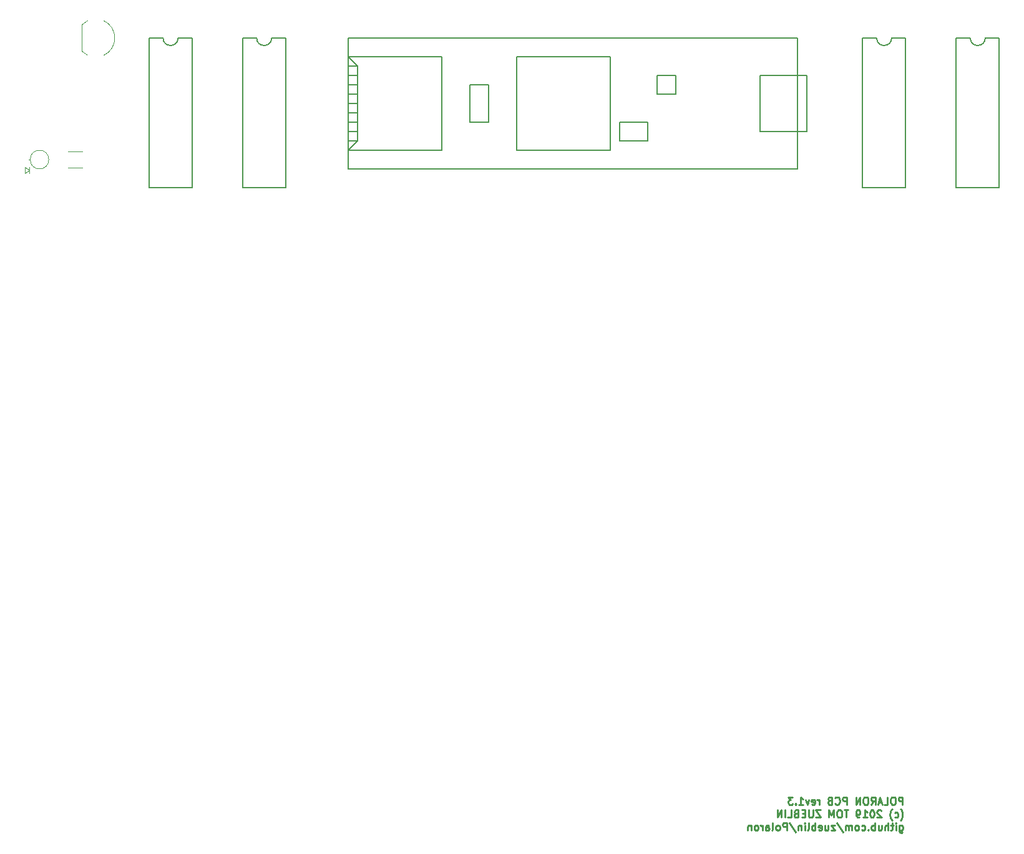
<source format=gbo>
G04 #@! TF.FileFunction,Legend,Bot*
%FSLAX46Y46*%
G04 Gerber Fmt 4.6, Leading zero omitted, Abs format (unit mm)*
G04 Created by KiCad (PCBNEW 4.0.6) date Thursday, 28. March 2019 'u40' 22:40:51*
%MOMM*%
%LPD*%
G01*
G04 APERTURE LIST*
%ADD10C,0.100000*%
%ADD11C,0.250000*%
%ADD12C,0.152400*%
%ADD13C,0.150000*%
%ADD14C,0.120000*%
G04 APERTURE END LIST*
D10*
D11*
X190211105Y-143025181D02*
X190211105Y-142025181D01*
X189830152Y-142025181D01*
X189734914Y-142072800D01*
X189687295Y-142120419D01*
X189639676Y-142215657D01*
X189639676Y-142358514D01*
X189687295Y-142453752D01*
X189734914Y-142501371D01*
X189830152Y-142548990D01*
X190211105Y-142548990D01*
X189020629Y-142025181D02*
X188830152Y-142025181D01*
X188734914Y-142072800D01*
X188639676Y-142168038D01*
X188592057Y-142358514D01*
X188592057Y-142691848D01*
X188639676Y-142882324D01*
X188734914Y-142977562D01*
X188830152Y-143025181D01*
X189020629Y-143025181D01*
X189115867Y-142977562D01*
X189211105Y-142882324D01*
X189258724Y-142691848D01*
X189258724Y-142358514D01*
X189211105Y-142168038D01*
X189115867Y-142072800D01*
X189020629Y-142025181D01*
X187687295Y-143025181D02*
X188163486Y-143025181D01*
X188163486Y-142025181D01*
X187401581Y-142739467D02*
X186925390Y-142739467D01*
X187496819Y-143025181D02*
X187163486Y-142025181D01*
X186830152Y-143025181D01*
X185925390Y-143025181D02*
X186258724Y-142548990D01*
X186496819Y-143025181D02*
X186496819Y-142025181D01*
X186115866Y-142025181D01*
X186020628Y-142072800D01*
X185973009Y-142120419D01*
X185925390Y-142215657D01*
X185925390Y-142358514D01*
X185973009Y-142453752D01*
X186020628Y-142501371D01*
X186115866Y-142548990D01*
X186496819Y-142548990D01*
X185306343Y-142025181D02*
X185115866Y-142025181D01*
X185020628Y-142072800D01*
X184925390Y-142168038D01*
X184877771Y-142358514D01*
X184877771Y-142691848D01*
X184925390Y-142882324D01*
X185020628Y-142977562D01*
X185115866Y-143025181D01*
X185306343Y-143025181D01*
X185401581Y-142977562D01*
X185496819Y-142882324D01*
X185544438Y-142691848D01*
X185544438Y-142358514D01*
X185496819Y-142168038D01*
X185401581Y-142072800D01*
X185306343Y-142025181D01*
X184449200Y-143025181D02*
X184449200Y-142025181D01*
X183877771Y-143025181D01*
X183877771Y-142025181D01*
X182639676Y-143025181D02*
X182639676Y-142025181D01*
X182258723Y-142025181D01*
X182163485Y-142072800D01*
X182115866Y-142120419D01*
X182068247Y-142215657D01*
X182068247Y-142358514D01*
X182115866Y-142453752D01*
X182163485Y-142501371D01*
X182258723Y-142548990D01*
X182639676Y-142548990D01*
X181068247Y-142929943D02*
X181115866Y-142977562D01*
X181258723Y-143025181D01*
X181353961Y-143025181D01*
X181496819Y-142977562D01*
X181592057Y-142882324D01*
X181639676Y-142787086D01*
X181687295Y-142596610D01*
X181687295Y-142453752D01*
X181639676Y-142263276D01*
X181592057Y-142168038D01*
X181496819Y-142072800D01*
X181353961Y-142025181D01*
X181258723Y-142025181D01*
X181115866Y-142072800D01*
X181068247Y-142120419D01*
X180306342Y-142501371D02*
X180163485Y-142548990D01*
X180115866Y-142596610D01*
X180068247Y-142691848D01*
X180068247Y-142834705D01*
X180115866Y-142929943D01*
X180163485Y-142977562D01*
X180258723Y-143025181D01*
X180639676Y-143025181D01*
X180639676Y-142025181D01*
X180306342Y-142025181D01*
X180211104Y-142072800D01*
X180163485Y-142120419D01*
X180115866Y-142215657D01*
X180115866Y-142310895D01*
X180163485Y-142406133D01*
X180211104Y-142453752D01*
X180306342Y-142501371D01*
X180639676Y-142501371D01*
X178877771Y-143025181D02*
X178877771Y-142358514D01*
X178877771Y-142548990D02*
X178830152Y-142453752D01*
X178782533Y-142406133D01*
X178687295Y-142358514D01*
X178592056Y-142358514D01*
X177877770Y-142977562D02*
X177973008Y-143025181D01*
X178163485Y-143025181D01*
X178258723Y-142977562D01*
X178306342Y-142882324D01*
X178306342Y-142501371D01*
X178258723Y-142406133D01*
X178163485Y-142358514D01*
X177973008Y-142358514D01*
X177877770Y-142406133D01*
X177830151Y-142501371D01*
X177830151Y-142596610D01*
X178306342Y-142691848D01*
X177496818Y-142358514D02*
X177258723Y-143025181D01*
X177020627Y-142358514D01*
X176115865Y-143025181D02*
X176687294Y-143025181D01*
X176401580Y-143025181D02*
X176401580Y-142025181D01*
X176496818Y-142168038D01*
X176592056Y-142263276D01*
X176687294Y-142310895D01*
X175687294Y-142929943D02*
X175639675Y-142977562D01*
X175687294Y-143025181D01*
X175734913Y-142977562D01*
X175687294Y-142929943D01*
X175687294Y-143025181D01*
X175306342Y-142025181D02*
X174687294Y-142025181D01*
X175020628Y-142406133D01*
X174877770Y-142406133D01*
X174782532Y-142453752D01*
X174734913Y-142501371D01*
X174687294Y-142596610D01*
X174687294Y-142834705D01*
X174734913Y-142929943D01*
X174782532Y-142977562D01*
X174877770Y-143025181D01*
X175163485Y-143025181D01*
X175258723Y-142977562D01*
X175306342Y-142929943D01*
X189925390Y-145156133D02*
X189973010Y-145108514D01*
X190068248Y-144965657D01*
X190115867Y-144870419D01*
X190163486Y-144727562D01*
X190211105Y-144489467D01*
X190211105Y-144298990D01*
X190163486Y-144060895D01*
X190115867Y-143918038D01*
X190068248Y-143822800D01*
X189973010Y-143679943D01*
X189925390Y-143632324D01*
X189115866Y-144727562D02*
X189211104Y-144775181D01*
X189401581Y-144775181D01*
X189496819Y-144727562D01*
X189544438Y-144679943D01*
X189592057Y-144584705D01*
X189592057Y-144298990D01*
X189544438Y-144203752D01*
X189496819Y-144156133D01*
X189401581Y-144108514D01*
X189211104Y-144108514D01*
X189115866Y-144156133D01*
X188782533Y-145156133D02*
X188734914Y-145108514D01*
X188639676Y-144965657D01*
X188592057Y-144870419D01*
X188544438Y-144727562D01*
X188496819Y-144489467D01*
X188496819Y-144298990D01*
X188544438Y-144060895D01*
X188592057Y-143918038D01*
X188639676Y-143822800D01*
X188734914Y-143679943D01*
X188782533Y-143632324D01*
X187306342Y-143870419D02*
X187258723Y-143822800D01*
X187163485Y-143775181D01*
X186925389Y-143775181D01*
X186830151Y-143822800D01*
X186782532Y-143870419D01*
X186734913Y-143965657D01*
X186734913Y-144060895D01*
X186782532Y-144203752D01*
X187353961Y-144775181D01*
X186734913Y-144775181D01*
X186115866Y-143775181D02*
X186020627Y-143775181D01*
X185925389Y-143822800D01*
X185877770Y-143870419D01*
X185830151Y-143965657D01*
X185782532Y-144156133D01*
X185782532Y-144394229D01*
X185830151Y-144584705D01*
X185877770Y-144679943D01*
X185925389Y-144727562D01*
X186020627Y-144775181D01*
X186115866Y-144775181D01*
X186211104Y-144727562D01*
X186258723Y-144679943D01*
X186306342Y-144584705D01*
X186353961Y-144394229D01*
X186353961Y-144156133D01*
X186306342Y-143965657D01*
X186258723Y-143870419D01*
X186211104Y-143822800D01*
X186115866Y-143775181D01*
X184830151Y-144775181D02*
X185401580Y-144775181D01*
X185115866Y-144775181D02*
X185115866Y-143775181D01*
X185211104Y-143918038D01*
X185306342Y-144013276D01*
X185401580Y-144060895D01*
X184353961Y-144775181D02*
X184163485Y-144775181D01*
X184068246Y-144727562D01*
X184020627Y-144679943D01*
X183925389Y-144537086D01*
X183877770Y-144346610D01*
X183877770Y-143965657D01*
X183925389Y-143870419D01*
X183973008Y-143822800D01*
X184068246Y-143775181D01*
X184258723Y-143775181D01*
X184353961Y-143822800D01*
X184401580Y-143870419D01*
X184449199Y-143965657D01*
X184449199Y-144203752D01*
X184401580Y-144298990D01*
X184353961Y-144346610D01*
X184258723Y-144394229D01*
X184068246Y-144394229D01*
X183973008Y-144346610D01*
X183925389Y-144298990D01*
X183877770Y-144203752D01*
X182830151Y-143775181D02*
X182258722Y-143775181D01*
X182544437Y-144775181D02*
X182544437Y-143775181D01*
X181734913Y-143775181D02*
X181544436Y-143775181D01*
X181449198Y-143822800D01*
X181353960Y-143918038D01*
X181306341Y-144108514D01*
X181306341Y-144441848D01*
X181353960Y-144632324D01*
X181449198Y-144727562D01*
X181544436Y-144775181D01*
X181734913Y-144775181D01*
X181830151Y-144727562D01*
X181925389Y-144632324D01*
X181973008Y-144441848D01*
X181973008Y-144108514D01*
X181925389Y-143918038D01*
X181830151Y-143822800D01*
X181734913Y-143775181D01*
X180877770Y-144775181D02*
X180877770Y-143775181D01*
X180544436Y-144489467D01*
X180211103Y-143775181D01*
X180211103Y-144775181D01*
X179068246Y-143775181D02*
X178401579Y-143775181D01*
X179068246Y-144775181D01*
X178401579Y-144775181D01*
X178020627Y-143775181D02*
X178020627Y-144584705D01*
X177973008Y-144679943D01*
X177925389Y-144727562D01*
X177830151Y-144775181D01*
X177639674Y-144775181D01*
X177544436Y-144727562D01*
X177496817Y-144679943D01*
X177449198Y-144584705D01*
X177449198Y-143775181D01*
X176973008Y-144251371D02*
X176639674Y-144251371D01*
X176496817Y-144775181D02*
X176973008Y-144775181D01*
X176973008Y-143775181D01*
X176496817Y-143775181D01*
X175734912Y-144251371D02*
X175592055Y-144298990D01*
X175544436Y-144346610D01*
X175496817Y-144441848D01*
X175496817Y-144584705D01*
X175544436Y-144679943D01*
X175592055Y-144727562D01*
X175687293Y-144775181D01*
X176068246Y-144775181D01*
X176068246Y-143775181D01*
X175734912Y-143775181D01*
X175639674Y-143822800D01*
X175592055Y-143870419D01*
X175544436Y-143965657D01*
X175544436Y-144060895D01*
X175592055Y-144156133D01*
X175639674Y-144203752D01*
X175734912Y-144251371D01*
X176068246Y-144251371D01*
X174592055Y-144775181D02*
X175068246Y-144775181D01*
X175068246Y-143775181D01*
X174258722Y-144775181D02*
X174258722Y-143775181D01*
X173782532Y-144775181D02*
X173782532Y-143775181D01*
X173211103Y-144775181D01*
X173211103Y-143775181D01*
X189782533Y-145858514D02*
X189782533Y-146668038D01*
X189830152Y-146763276D01*
X189877771Y-146810895D01*
X189973010Y-146858514D01*
X190115867Y-146858514D01*
X190211105Y-146810895D01*
X189782533Y-146477562D02*
X189877771Y-146525181D01*
X190068248Y-146525181D01*
X190163486Y-146477562D01*
X190211105Y-146429943D01*
X190258724Y-146334705D01*
X190258724Y-146048990D01*
X190211105Y-145953752D01*
X190163486Y-145906133D01*
X190068248Y-145858514D01*
X189877771Y-145858514D01*
X189782533Y-145906133D01*
X189306343Y-146525181D02*
X189306343Y-145858514D01*
X189306343Y-145525181D02*
X189353962Y-145572800D01*
X189306343Y-145620419D01*
X189258724Y-145572800D01*
X189306343Y-145525181D01*
X189306343Y-145620419D01*
X188973010Y-145858514D02*
X188592058Y-145858514D01*
X188830153Y-145525181D02*
X188830153Y-146382324D01*
X188782534Y-146477562D01*
X188687296Y-146525181D01*
X188592058Y-146525181D01*
X188258724Y-146525181D02*
X188258724Y-145525181D01*
X187830152Y-146525181D02*
X187830152Y-146001371D01*
X187877771Y-145906133D01*
X187973009Y-145858514D01*
X188115867Y-145858514D01*
X188211105Y-145906133D01*
X188258724Y-145953752D01*
X186925390Y-145858514D02*
X186925390Y-146525181D01*
X187353962Y-145858514D02*
X187353962Y-146382324D01*
X187306343Y-146477562D01*
X187211105Y-146525181D01*
X187068247Y-146525181D01*
X186973009Y-146477562D01*
X186925390Y-146429943D01*
X186449200Y-146525181D02*
X186449200Y-145525181D01*
X186449200Y-145906133D02*
X186353962Y-145858514D01*
X186163485Y-145858514D01*
X186068247Y-145906133D01*
X186020628Y-145953752D01*
X185973009Y-146048990D01*
X185973009Y-146334705D01*
X186020628Y-146429943D01*
X186068247Y-146477562D01*
X186163485Y-146525181D01*
X186353962Y-146525181D01*
X186449200Y-146477562D01*
X185544438Y-146429943D02*
X185496819Y-146477562D01*
X185544438Y-146525181D01*
X185592057Y-146477562D01*
X185544438Y-146429943D01*
X185544438Y-146525181D01*
X184639676Y-146477562D02*
X184734914Y-146525181D01*
X184925391Y-146525181D01*
X185020629Y-146477562D01*
X185068248Y-146429943D01*
X185115867Y-146334705D01*
X185115867Y-146048990D01*
X185068248Y-145953752D01*
X185020629Y-145906133D01*
X184925391Y-145858514D01*
X184734914Y-145858514D01*
X184639676Y-145906133D01*
X184068248Y-146525181D02*
X184163486Y-146477562D01*
X184211105Y-146429943D01*
X184258724Y-146334705D01*
X184258724Y-146048990D01*
X184211105Y-145953752D01*
X184163486Y-145906133D01*
X184068248Y-145858514D01*
X183925390Y-145858514D01*
X183830152Y-145906133D01*
X183782533Y-145953752D01*
X183734914Y-146048990D01*
X183734914Y-146334705D01*
X183782533Y-146429943D01*
X183830152Y-146477562D01*
X183925390Y-146525181D01*
X184068248Y-146525181D01*
X183306343Y-146525181D02*
X183306343Y-145858514D01*
X183306343Y-145953752D02*
X183258724Y-145906133D01*
X183163486Y-145858514D01*
X183020628Y-145858514D01*
X182925390Y-145906133D01*
X182877771Y-146001371D01*
X182877771Y-146525181D01*
X182877771Y-146001371D02*
X182830152Y-145906133D01*
X182734914Y-145858514D01*
X182592057Y-145858514D01*
X182496819Y-145906133D01*
X182449200Y-146001371D01*
X182449200Y-146525181D01*
X181258724Y-145477562D02*
X182115867Y-146763276D01*
X181020629Y-145858514D02*
X180496819Y-145858514D01*
X181020629Y-146525181D01*
X180496819Y-146525181D01*
X179687295Y-145858514D02*
X179687295Y-146525181D01*
X180115867Y-145858514D02*
X180115867Y-146382324D01*
X180068248Y-146477562D01*
X179973010Y-146525181D01*
X179830152Y-146525181D01*
X179734914Y-146477562D01*
X179687295Y-146429943D01*
X178830152Y-146477562D02*
X178925390Y-146525181D01*
X179115867Y-146525181D01*
X179211105Y-146477562D01*
X179258724Y-146382324D01*
X179258724Y-146001371D01*
X179211105Y-145906133D01*
X179115867Y-145858514D01*
X178925390Y-145858514D01*
X178830152Y-145906133D01*
X178782533Y-146001371D01*
X178782533Y-146096610D01*
X179258724Y-146191848D01*
X178353962Y-146525181D02*
X178353962Y-145525181D01*
X178353962Y-145906133D02*
X178258724Y-145858514D01*
X178068247Y-145858514D01*
X177973009Y-145906133D01*
X177925390Y-145953752D01*
X177877771Y-146048990D01*
X177877771Y-146334705D01*
X177925390Y-146429943D01*
X177973009Y-146477562D01*
X178068247Y-146525181D01*
X178258724Y-146525181D01*
X178353962Y-146477562D01*
X177306343Y-146525181D02*
X177401581Y-146477562D01*
X177449200Y-146382324D01*
X177449200Y-145525181D01*
X176925390Y-146525181D02*
X176925390Y-145858514D01*
X176925390Y-145525181D02*
X176973009Y-145572800D01*
X176925390Y-145620419D01*
X176877771Y-145572800D01*
X176925390Y-145525181D01*
X176925390Y-145620419D01*
X176449200Y-145858514D02*
X176449200Y-146525181D01*
X176449200Y-145953752D02*
X176401581Y-145906133D01*
X176306343Y-145858514D01*
X176163485Y-145858514D01*
X176068247Y-145906133D01*
X176020628Y-146001371D01*
X176020628Y-146525181D01*
X174830152Y-145477562D02*
X175687295Y-146763276D01*
X174496819Y-146525181D02*
X174496819Y-145525181D01*
X174115866Y-145525181D01*
X174020628Y-145572800D01*
X173973009Y-145620419D01*
X173925390Y-145715657D01*
X173925390Y-145858514D01*
X173973009Y-145953752D01*
X174020628Y-146001371D01*
X174115866Y-146048990D01*
X174496819Y-146048990D01*
X173353962Y-146525181D02*
X173449200Y-146477562D01*
X173496819Y-146429943D01*
X173544438Y-146334705D01*
X173544438Y-146048990D01*
X173496819Y-145953752D01*
X173449200Y-145906133D01*
X173353962Y-145858514D01*
X173211104Y-145858514D01*
X173115866Y-145906133D01*
X173068247Y-145953752D01*
X173020628Y-146048990D01*
X173020628Y-146334705D01*
X173068247Y-146429943D01*
X173115866Y-146477562D01*
X173211104Y-146525181D01*
X173353962Y-146525181D01*
X172449200Y-146525181D02*
X172544438Y-146477562D01*
X172592057Y-146382324D01*
X172592057Y-145525181D01*
X171639675Y-146525181D02*
X171639675Y-146001371D01*
X171687294Y-145906133D01*
X171782532Y-145858514D01*
X171973009Y-145858514D01*
X172068247Y-145906133D01*
X171639675Y-146477562D02*
X171734913Y-146525181D01*
X171973009Y-146525181D01*
X172068247Y-146477562D01*
X172115866Y-146382324D01*
X172115866Y-146287086D01*
X172068247Y-146191848D01*
X171973009Y-146144229D01*
X171734913Y-146144229D01*
X171639675Y-146096610D01*
X171163485Y-146525181D02*
X171163485Y-145858514D01*
X171163485Y-146048990D02*
X171115866Y-145953752D01*
X171068247Y-145906133D01*
X170973009Y-145858514D01*
X170877770Y-145858514D01*
X170401580Y-146525181D02*
X170496818Y-146477562D01*
X170544437Y-146429943D01*
X170592056Y-146334705D01*
X170592056Y-146048990D01*
X170544437Y-145953752D01*
X170496818Y-145906133D01*
X170401580Y-145858514D01*
X170258722Y-145858514D01*
X170163484Y-145906133D01*
X170115865Y-145953752D01*
X170068246Y-146048990D01*
X170068246Y-146334705D01*
X170115865Y-146429943D01*
X170163484Y-146477562D01*
X170258722Y-146525181D01*
X170401580Y-146525181D01*
X169639675Y-145858514D02*
X169639675Y-146525181D01*
X169639675Y-145953752D02*
X169592056Y-145906133D01*
X169496818Y-145858514D01*
X169353960Y-145858514D01*
X169258722Y-145906133D01*
X169211103Y-146001371D01*
X169211103Y-146525181D01*
D12*
X184780200Y-59232800D02*
X184780200Y-38912800D01*
X190622200Y-38912800D02*
X190622200Y-59232800D01*
X184780200Y-59232800D02*
X190622200Y-59232800D01*
X184780200Y-38912800D02*
X186685200Y-38912800D01*
X190622200Y-38912800D02*
X188717200Y-38912800D01*
X188717200Y-38912800D02*
G75*
G02X186685200Y-38912800I-1016000J0D01*
G01*
D13*
X159461200Y-43992800D02*
X159461200Y-46532800D01*
X159461200Y-46532800D02*
X156921200Y-46532800D01*
X156921200Y-46532800D02*
X156921200Y-43992800D01*
X156921200Y-43992800D02*
X159461200Y-43992800D01*
X151841200Y-52882800D02*
X155651200Y-52882800D01*
X155651200Y-52882800D02*
X155651200Y-50342800D01*
X155651200Y-50342800D02*
X151841200Y-50342800D01*
X151841200Y-50342800D02*
X151841200Y-52882800D01*
X137871200Y-54152800D02*
X137871200Y-41452800D01*
X150571200Y-41452800D02*
X150571200Y-54152800D01*
X150571200Y-54152800D02*
X137871200Y-54152800D01*
X150571200Y-41452800D02*
X137871200Y-41452800D01*
X116281200Y-52882800D02*
X115011200Y-52882800D01*
X116281200Y-51612800D02*
X115011200Y-51612800D01*
X116281200Y-50342800D02*
X115011200Y-50342800D01*
X116281200Y-49072800D02*
X115011200Y-49072800D01*
X116281200Y-47802800D02*
X115011200Y-47802800D01*
X116281200Y-46532800D02*
X115011200Y-46532800D01*
X116281200Y-45262800D02*
X115011200Y-45262800D01*
X116281200Y-43992800D02*
X115011200Y-43992800D01*
X116281200Y-42722800D02*
X115011200Y-42722800D01*
X115011200Y-54152800D02*
X116281200Y-52882800D01*
X116281200Y-52882800D02*
X116281200Y-42722800D01*
X116281200Y-42722800D02*
X115011200Y-41452800D01*
X115011200Y-41452800D02*
X127711200Y-41452800D01*
X127711200Y-41452800D02*
X127711200Y-54152800D01*
X127711200Y-54152800D02*
X115011200Y-54152800D01*
X115011200Y-38912800D02*
X175971200Y-38912800D01*
X175971200Y-56692800D02*
X115011200Y-56692800D01*
X175971200Y-51612800D02*
X177241200Y-51612800D01*
X177241200Y-51612800D02*
X177241200Y-43992800D01*
X177241200Y-43992800D02*
X175971200Y-43992800D01*
X170891200Y-51612800D02*
X170891200Y-43992800D01*
X170891200Y-43992800D02*
X175971200Y-43992800D01*
X170891200Y-51612800D02*
X175971200Y-51612800D01*
X131521200Y-45262800D02*
X131521200Y-50342800D01*
X131521200Y-50342800D02*
X134061200Y-50342800D01*
X134061200Y-50342800D02*
X134061200Y-45262800D01*
X134061200Y-45262800D02*
X131521200Y-45262800D01*
X115011200Y-38912800D02*
X115011200Y-56692800D01*
X175971200Y-56692800D02*
X175971200Y-38912800D01*
D12*
X197480200Y-59232800D02*
X197480200Y-38912800D01*
X203322200Y-38912800D02*
X203322200Y-59232800D01*
X197480200Y-59232800D02*
X203322200Y-59232800D01*
X197480200Y-38912800D02*
X199385200Y-38912800D01*
X203322200Y-38912800D02*
X201417200Y-38912800D01*
X201417200Y-38912800D02*
G75*
G02X199385200Y-38912800I-1016000J0D01*
G01*
X100660200Y-59232800D02*
X100660200Y-38912800D01*
X106502200Y-38912800D02*
X106502200Y-59232800D01*
X100660200Y-59232800D02*
X106502200Y-59232800D01*
X100660200Y-38912800D02*
X102565200Y-38912800D01*
X106502200Y-38912800D02*
X104597200Y-38912800D01*
X104597200Y-38912800D02*
G75*
G02X102565200Y-38912800I-1016000J0D01*
G01*
X87960200Y-59232800D02*
X87960200Y-38912800D01*
X93802200Y-38912800D02*
X93802200Y-59232800D01*
X87960200Y-59232800D02*
X93802200Y-59232800D01*
X87960200Y-38912800D02*
X89865200Y-38912800D01*
X93802200Y-38912800D02*
X91897200Y-38912800D01*
X91897200Y-38912800D02*
G75*
G02X89865200Y-38912800I-1016000J0D01*
G01*
D14*
X78871200Y-40712800D02*
X78871200Y-37112800D01*
X79598405Y-41236984D02*
G75*
G02X78871200Y-40712800I1122795J2324184D01*
G01*
X81820007Y-41269200D02*
G75*
G03X83321200Y-38912800I-1098807J2356400D01*
G01*
X81820007Y-36556400D02*
G75*
G02X83321200Y-38912800I-1098807J-2356400D01*
G01*
X79598405Y-36588616D02*
G75*
G03X78871200Y-37112800I1122795J-2324184D01*
G01*
X76959200Y-56492800D02*
X78959200Y-56492800D01*
X78959200Y-54352800D02*
X76959200Y-54352800D01*
X71834829Y-55422800D02*
X71661200Y-55422800D01*
X71704200Y-56402800D02*
X71704200Y-57291800D01*
X71704200Y-56847300D02*
X71111533Y-56402800D01*
X71111533Y-56402800D02*
X71111533Y-57291800D01*
X71111533Y-57291800D02*
X71704200Y-56847300D01*
X74367571Y-55422800D02*
G75*
G03X74367571Y-55422800I-1266371J0D01*
G01*
M02*

</source>
